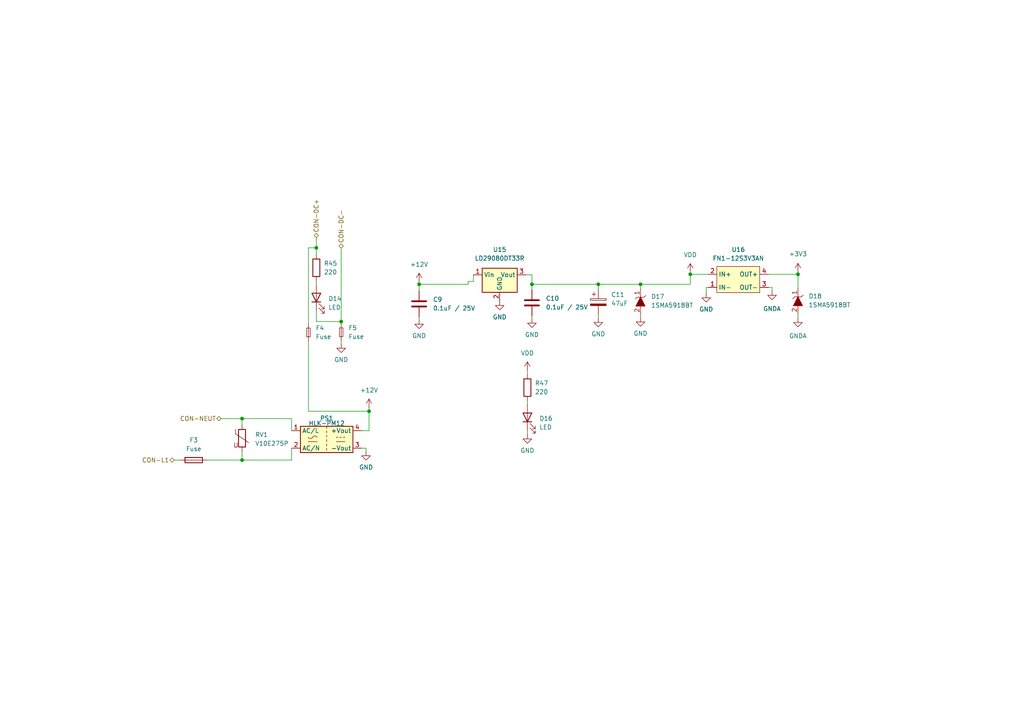
<source format=kicad_sch>
(kicad_sch (version 20230121) (generator eeschema)
  (paper "A4")
  (lib_symbols
    (symbol "Converter_ACDC:HLK-PM12"
      (property "Reference" "PS" (at 0 5.08 0))
      (property "Value" "HLK-PM12" (at 0 -5.08 0))
      (symbol "HLK-PM12_0_1"
        (rectangle (start -7.62 3.81) (end 7.62 -3.81) (stroke (width 0.254)) (fill (type background)))
        (arc (start -5.334 0.635) (mid -4.699 0.2495) (end -4.064 0.635))
        (arc (start -2.794 0.635) (mid -3.429 1.0072) (end -4.064 0.635))
        (polyline (pts (xy -5.334 -0.635) (xy -2.794 -0.635)))
        (polyline (pts (xy 0 -2.54) (xy 0 -3.175)))
        (polyline (pts (xy 0 -1.27) (xy 0 -1.905)))
        (polyline (pts (xy 0 0) (xy 0 -0.635)))
        (polyline (pts (xy 0 1.27) (xy 0 0.635)))
        (polyline (pts (xy 0 2.54) (xy 0 1.905)))
        (polyline (pts (xy 0 3.81) (xy 0 3.175)))
        (polyline (pts (xy 2.794 -0.635) (xy 5.334 -0.635)))
        (polyline (pts (xy 2.794 0.635) (xy 3.302 0.635)))
        (polyline (pts (xy 3.81 0.635) (xy 4.318 0.635)))
        (polyline (pts (xy 4.826 0.635) (xy 5.334 0.635)))
      )
      (symbol "HLK-PM12_1_1"
        (pin power_in line (at -10.16 2.54 0) (length 2.54) (name "AC/L") (number "1"))
        (pin power_in line (at -10.16 -2.54 0) (length 2.54) (name "AC/N") (number "2"))
        (pin power_out line (at 10.16 -2.54 180) (length 2.54) (name "-Vout") (number "3"))
        (pin power_out line (at 10.16 2.54 180) (length 2.54) (name "+Vout") (number "4"))
      )
    )
    (symbol "Device:C" (pin_numbers hide) (pin_names (offset 0.254))
      (property "Reference" "C" (at 0.635 2.54 0))
      (property "Value" "C" (at 0.635 -2.54 0))
      (symbol "C_0_1"
        (polyline (pts (xy -2.032 -0.762) (xy 2.032 -0.762)) (stroke (width 0.508)))
        (polyline (pts (xy -2.032 0.762) (xy 2.032 0.762)) (stroke (width 0.508)))
      )
      (symbol "C_1_1"
        (pin passive line (at 0 3.81 270) (length 2.794) (name "~") (number "1"))
        (pin passive line (at 0 -3.81 90) (length 2.794) (name "~") (number "2"))
      )
    )
    (symbol "Device:C_Polarized" (pin_numbers hide) (pin_names (offset 0.254))
      (property "Reference" "C" (at 0.635 2.54 0))
      (property "Value" "C_Polarized" (at 0.635 -2.54 0))
      (symbol "C_Polarized_0_1"
        (rectangle (start -2.286 0.508) (end 2.286 1.016))
        (polyline (pts (xy -1.778 2.286) (xy -0.762 2.286)))
        (polyline (pts (xy -1.27 2.794) (xy -1.27 1.778)))
        (rectangle (start 2.286 -0.508) (end -2.286 -1.016) (fill (type outline)))
      )
      (symbol "C_Polarized_1_1"
        (pin passive line (at 0 3.81 270) (length 2.794) (name "~") (number "1"))
        (pin passive line (at 0 -3.81 90) (length 2.794) (name "~") (number "2"))
      )
    )
    (symbol "Device:Fuse" (pin_numbers hide) (pin_names (offset 0))
      (property "Reference" "F" (at 2.032 0 90))
      (property "Value" "Fuse" (at -1.905 0 90))
      (symbol "Fuse_0_1"
        (rectangle (start -0.762 -2.54) (end 0.762 2.54) (stroke (width 0.254)))
        (polyline (pts (xy 0 2.54) (xy 0 -2.54)))
      )
      (symbol "Fuse_1_1"
        (pin passive line (at 0 3.81 270) (length 1.27) (name "~") (number "1"))
        (pin passive line (at 0 -3.81 90) (length 1.27) (name "~") (number "2"))
      )
    )
    (symbol "Device:Fuse_Small" (pin_numbers hide) (pin_names (offset 0.254) hide)
      (property "Reference" "F" (at 0 -1.524 0))
      (property "Value" "Fuse_Small" (at 0 1.524 0))
      (symbol "Fuse_Small_0_1"
        (rectangle (start -1.27 0.508) (end 1.27 -0.508))
        (polyline (pts (xy -1.27 0) (xy 1.27 0)))
      )
      (symbol "Fuse_Small_1_1"
        (pin passive line (at -2.54 0 0) (length 1.27) (name "~") (number "1"))
        (pin passive line (at 2.54 0 180) (length 1.27) (name "~") (number "2"))
      )
    )
    (symbol "Device:LED" (pin_numbers hide) (pin_names (offset 1.016) hide)
      (property "Reference" "D" (at 0 2.54 0))
      (property "Value" "LED" (at 0 -2.54 0))
      (symbol "LED_0_1"
        (polyline (pts (xy -1.27 -1.27) (xy -1.27 1.27)) (stroke (width 0.254)))
        (polyline (pts (xy -1.27 0) (xy 1.27 0)))
        (polyline (pts (xy 1.27 -1.27) (xy 1.27 1.27) (xy -1.27 0) (xy 1.27 -1.27)) (stroke (width 0.254)))
        (polyline (pts (xy -3.048 -0.762) (xy -4.572 -2.286) (xy -3.81 -2.286) (xy -4.572 -2.286) (xy -4.572 -1.524)))
        (polyline (pts (xy -1.778 -0.762) (xy -3.302 -2.286) (xy -2.54 -2.286) (xy -3.302 -2.286) (xy -3.302 -1.524)))
      )
      (symbol "LED_1_1"
        (pin passive line (at -3.81 0 0) (length 2.54) (name "K") (number "1"))
        (pin passive line (at 3.81 0 180) (length 2.54) (name "A") (number "2"))
      )
    )
    (symbol "Device:R" (pin_numbers hide) (pin_names (offset 0))
      (property "Reference" "R" (at 2.032 0 90))
      (property "Value" "R" (at 0 0 90))
      (symbol "R_0_1"
        (rectangle (start -1.016 -2.54) (end 1.016 2.54) (stroke (width 0.254)))
      )
      (symbol "R_1_1"
        (pin passive line (at 0 3.81 270) (length 1.27) (name "~") (number "1"))
        (pin passive line (at 0 -3.81 90) (length 1.27) (name "~") (number "2"))
      )
    )
    (symbol "Device:Varistor" (pin_numbers hide) (pin_names (offset 0))
      (property "Reference" "RV" (at 3.175 0 90))
      (property "Value" "Varistor" (at -3.175 0 90))
      (symbol "Varistor_0_0"
        (text "U" (at -1.778 -2.032 0) (effects (font (size 1.27 1.27))))
      )
      (symbol "Varistor_0_1"
        (rectangle (start -1.016 -2.54) (end 1.016 2.54) (stroke (width 0.254)))
        (polyline (pts (xy -1.905 2.54) (xy -1.905 1.27) (xy 1.905 -1.27)))
      )
      (symbol "Varistor_1_1"
        (pin passive line (at 0 3.81 270) (length 1.27) (name "~") (number "1"))
        (pin passive line (at 0 -3.81 90) (length 1.27) (name "~") (number "2"))
      )
    )
    (symbol "nuevos simvolos:1SMA5918BT3G"
      (property "Reference" "D" (at 0 -2.54 0))
      (property "Value" "1SMA5918BT3G" (at 0 -4.064 0))
      (symbol "1SMA5918BT3G_0_1"
        (polyline (pts (xy -0.762 -1.524) (xy -1.27 -1.016) (xy -1.27 1.016) (xy -1.778 1.524)))
        (polyline (pts (xy 1.27 -1.27) (xy 1.27 1.27) (xy -1.27 0) (xy 1.27 -1.27)) (stroke (width 0.254)) (fill (type outline)))
      )
      (symbol "1SMA5918BT3G_1_1"
        (pin passive line (at -3.81 0 0) (length 2.54) (name "") (number "1"))
        (pin passive line (at 3.81 0 180) (length 2.54) (name "") (number "2"))
      )
    )
    (symbol "nuevos simvolos:3v3 NJM2885DL1-33"
      (property "Reference" "U" (at 0 6.096 0))
      (property "Value" "3v3 NJM2885DL1-33" (at 0 4.572 0))
      (symbol "3v3 NJM2885DL1-33_0_1"
        (rectangle (start -5.08 3.683) (end 5.08 -3.302) (stroke (width 0.254)) (fill (type background)))
      )
      (symbol "3v3 NJM2885DL1-33_1_1"
        (pin power_in line (at -7.62 1.778 0) (length 2.54) (name "Vin") (number "1"))
        (pin power_out line (at 0 -5.842 90) (length 2.54) (name "GND") (number "2"))
        (pin power_out line (at 7.62 1.778 180) (length 2.54) (name "Vout") (number "3"))
      )
    )
    (symbol "nuevos simvolos:B0505S-W2R2"
      (property "Reference" "U" (at 0 6.604 0))
      (property "Value" "B0505S-W2R2" (at 0 4.9784 0))
      (symbol "B0505S-W2R2_0_1"
        (rectangle (start -6.35 4.064) (end 6.096 -3.556) (fill (type background)))
      )
      (symbol "B0505S-W2R2_1_1"
        (pin output line (at -8.89 -2.032 0) (length 2.54) (name "IN-") (number "1"))
        (pin input line (at -8.89 1.778 0) (length 2.54) (name "IN+") (number "2"))
        (pin output line (at 8.636 -2.032 180) (length 2.54) (name "OUT-") (number "3"))
        (pin output line (at 8.636 1.778 180) (length 2.54) (name "OUT+") (number "4"))
      )
    )
    (symbol "power:+12V" (power) (pin_names (offset 0))
      (property "Value" "+12V" (at 0 3.556 0))
      (symbol "+12V_0_1"
        (polyline (pts (xy -0.762 1.27) (xy 0 2.54)))
        (polyline (pts (xy 0 0) (xy 0 2.54)))
        (polyline (pts (xy 0 2.54) (xy 0.762 1.27)))
      )
      (symbol "+12V_1_1"
        (pin power_in line (at 0 0 90) (length 0) hide (name "+12V") (number "1"))
      )
    )
    (symbol "power:+3V3" (power) (pin_names (offset 0))
      (property "Value" "+3V3" (at 0 3.556 0))
      (symbol "+3V3_0_1"
        (polyline (pts (xy -0.762 1.27) (xy 0 2.54)))
        (polyline (pts (xy 0 0) (xy 0 2.54)))
        (polyline (pts (xy 0 2.54) (xy 0.762 1.27)))
      )
      (symbol "+3V3_1_1"
        (pin power_in line (at 0 0 90) (length 0) hide (name "+3V3") (number "1"))
      )
    )
    (symbol "power:GND" (power) (pin_names (offset 0))
      (property "Value" "GND" (at 0 -3.81 0))
      (symbol "GND_0_1"
        (polyline (pts (xy 0 0) (xy 0 -1.27) (xy 1.27 -1.27) (xy 0 -2.54) (xy -1.27 -1.27) (xy 0 -1.27)))
      )
      (symbol "GND_1_1"
        (pin power_in line (at 0 0 270) (length 0) hide (name "GND") (number "1"))
      )
    )
    (symbol "power:GNDA" (power) (pin_names (offset 0))
      (property "Value" "GNDA" (at 0 -3.81 0))
      (symbol "GNDA_0_1"
        (polyline (pts (xy 0 0) (xy 0 -1.27) (xy 1.27 -1.27) (xy 0 -2.54) (xy -1.27 -1.27) (xy 0 -1.27)))
      )
      (symbol "GNDA_1_1"
        (pin power_in line (at 0 0 270) (length 0) hide (name "GNDA") (number "1"))
      )
    )
    (symbol "power:VDD" (power) (pin_names (offset 0))
      (property "Value" "VDD" (at 0 3.81 0))
      (symbol "VDD_0_1"
        (polyline (pts (xy -0.762 1.27) (xy 0 2.54)))
        (polyline (pts (xy 0 0) (xy 0 2.54)))
        (polyline (pts (xy 0 2.54) (xy 0.762 1.27)))
      )
      (symbol "VDD_1_1"
        (pin power_in line (at 0 0 90) (length 0) hide (name "VDD") (number "1"))
      )
    )
  )
  (junction (at 121.5644 82.4484))
  (junction (at 154.2796 82.4484))
  (junction (at 185.7756 82.4484))
  (junction (at 70.2056 121.412))
  (junction (at 70.2056 133.4516))
  (junction (at 107.0356 119.2784))
  (junction (at 231.4448 79.5528))
  (junction (at 91.7448 71.882))
  (junction (at 200.2028 79.5528))
  (junction (at 98.9584 93.2688))
  (junction (at 173.5328 82.4484))
  (wire (pts (xy 135.7884 81.6356) (xy 135.7884 82.4484)))
  (wire (pts (xy 154.2796 82.4484) (xy 173.5328 82.4484)))
  (wire (pts (xy 200.2028 82.4484) (xy 200.2028 79.5528)))
  (wire (pts (xy 231.4448 78.9432) (xy 231.4448 79.5528)))
  (wire (pts (xy 70.2056 121.412) (xy 84.582 121.412)))
  (wire (pts (xy 89.4588 98.9584) (xy 89.4588 119.2784)))
  (wire (pts (xy 185.7756 82.4484) (xy 185.7756 83.6676)))
  (wire (pts (xy 70.2056 123.2916) (xy 70.2056 121.412)))
  (wire (pts (xy 222.9104 83.3628) (xy 223.9264 83.3628)))
  (wire (pts (xy 173.5328 91.44) (xy 173.5328 92.2528)))
  (wire (pts (xy 154.2796 79.7052) (xy 154.2796 82.4484)))
  (wire (pts (xy 70.2056 130.9116) (xy 70.2056 133.4516)))
  (wire (pts (xy 84.582 133.4516) (xy 84.582 129.9972)))
  (wire (pts (xy 107.0356 124.9172) (xy 104.902 124.9172)))
  (wire (pts (xy 98.9584 93.2688) (xy 98.9584 93.8276)))
  (wire (pts (xy 173.5328 82.4484) (xy 185.7756 82.4484)))
  (wire (pts (xy 121.5644 91.948) (xy 121.5644 92.7608)))
  (wire (pts (xy 185.7756 82.4484) (xy 200.2028 82.4484)))
  (wire (pts (xy 91.7448 93.2688) (xy 91.7448 90.1192)))
  (wire (pts (xy 50.546 133.4516) (xy 52.3748 133.4516)))
  (wire (pts (xy 104.902 129.9972) (xy 106.172 129.9972)))
  (wire (pts (xy 91.7448 81.4832) (xy 91.7448 82.4992)))
  (wire (pts (xy 84.582 121.412) (xy 84.582 124.9172)))
  (wire (pts (xy 91.7448 68.9356) (xy 91.7448 71.882)))
  (wire (pts (xy 154.2796 91.6432) (xy 154.2796 92.456)))
  (wire (pts (xy 200.2028 79.5528) (xy 205.3844 79.5528)))
  (wire (pts (xy 137.3124 79.7052) (xy 137.3124 81.6356)))
  (wire (pts (xy 107.0356 118.2624) (xy 107.0356 119.2784)))
  (wire (pts (xy 89.4588 71.882) (xy 91.7448 71.882)))
  (wire (pts (xy 152.9588 107.4928) (xy 152.9588 108.6104)))
  (wire (pts (xy 185.7756 91.2876) (xy 185.7756 92.1004)))
  (wire (pts (xy 231.4448 91.186) (xy 231.4448 92.2528)))
  (wire (pts (xy 59.9948 133.4516) (xy 70.2056 133.4516)))
  (wire (pts (xy 137.3124 81.6356) (xy 135.7884 81.6356)))
  (wire (pts (xy 106.172 129.9972) (xy 106.172 130.9116)))
  (wire (pts (xy 152.9588 116.2304) (xy 152.9588 117.2464)))
  (wire (pts (xy 70.2056 133.4516) (xy 84.582 133.4516)))
  (wire (pts (xy 89.4588 119.2784) (xy 107.0356 119.2784)))
  (wire (pts (xy 98.9584 98.9076) (xy 98.9584 99.7204)))
  (wire (pts (xy 223.9264 83.3628) (xy 223.9264 84.3788)))
  (wire (pts (xy 231.4448 79.5528) (xy 231.4448 83.566)))
  (wire (pts (xy 64.1096 121.412) (xy 70.2056 121.412)))
  (wire (pts (xy 152.9588 124.8664) (xy 152.9588 126.0348)))
  (wire (pts (xy 91.7448 71.882) (xy 91.7448 73.8632)))
  (wire (pts (xy 89.4588 93.8784) (xy 89.4588 71.882)))
  (wire (pts (xy 107.0356 119.2784) (xy 107.0356 124.9172)))
  (wire (pts (xy 173.5328 82.4484) (xy 173.5328 83.82)))
  (wire (pts (xy 135.7884 82.4484) (xy 121.5644 82.4484)))
  (wire (pts (xy 98.9584 71.9836) (xy 98.9584 93.2688)))
  (wire (pts (xy 152.5524 79.7052) (xy 154.2796 79.7052)))
  (wire (pts (xy 121.5644 82.4484) (xy 121.5644 84.328)))
  (wire (pts (xy 98.9584 93.2688) (xy 91.7448 93.2688)))
  (wire (pts (xy 204.8256 85.09) (xy 204.8256 83.3628)))
  (wire (pts (xy 121.5644 81.788) (xy 121.5644 82.4484)))
  (wire (pts (xy 222.9104 79.5528) (xy 231.4448 79.5528)))
  (wire (pts (xy 204.8256 83.3628) (xy 205.3844 83.3628)))
  (wire (pts (xy 200.2028 78.994) (xy 200.2028 79.5528)))
  (wire (pts (xy 154.2796 82.4484) (xy 154.2796 84.0232)))
  (hierarchical_label "CON-NEUT" (shape bidirectional) (at 64.1096 121.412 180))
  (hierarchical_label "CON-L1" (shape bidirectional) (at 50.546 133.4516 180))
  (hierarchical_label "CON-DC-" (shape bidirectional) (at 98.9584 71.9836 90))
  (hierarchical_label "CON-DC+" (shape bidirectional) (at 91.7448 68.9356 90))
  (symbol (lib_id "Device:Fuse") (at 56.1848 133.4516 270) (unit 1)
    (property "Reference" "F3" (at 56.1848 127.6604 90))
    (property "Value" "Fuse" (at 56.1848 130.2004 90))
    (property "Footprint" "Fuse:Fuseholder_Cylinder-5x20mm_Schurter_0031_8201_Horizontal_Open" (effects hide))
    (property "Part_Number" "FH1-200CK-G" (effects hide))
  )
  (symbol (lib_id "nuevos simvolos:1SMA5918BT3G") (at 185.7756 87.4776 270) (unit 1)
    (property "Reference" "D17" (at 188.8236 86.017 90) (effects (justify left)))
    (property "Value" "1SMA5918BT" (at 188.8236 88.557 90) (effects (justify left)))
    (property "Footprint" "Diode_SMD:D_SMB" (effects hide))
    (property "Part_Number" "1SMA5918B" (effects hide))
  )
  (symbol (lib_id "power:+12V") (at 107.0356 118.2624 0) (unit 1)
    (property "Reference" "#PWR0171" (effects hide))
    (property "Value" "+12V" (at 107.0356 113.1824 0))
  )
  (symbol (lib_id "power:GND") (at 204.8256 85.09 0) (unit 1)
    (property "Reference" "#PWR0163" (effects hide))
    (property "Value" "GND" (at 204.8256 89.7128 0))
  )
  (symbol (lib_id "Device:R") (at 152.9588 112.4204 0) (unit 1)
    (property "Reference" "R47" (at 155.1432 111.1503 0) (effects (justify left)))
    (property "Value" "220" (at 155.1432 113.6903 0) (effects (justify left)))
    (property "Footprint" "Resistor_SMD:R_0805_2012Metric" (effects hide))
    (property "Part_Number" "0805W8F2200T5E" (effects hide))
  )
  (symbol (lib_id "power:GND") (at 152.9588 126.0348 0) (unit 1)
    (property "Reference" "#PWR0155" (effects hide))
    (property "Value" "GND" (at 152.9588 130.6576 0))
  )
  (symbol (lib_id "Device:LED") (at 152.9588 121.0564 90) (unit 1)
    (property "Reference" "D16" (at 156.4132 121.3738 90) (effects (justify right)))
    (property "Value" "LED" (at 156.4132 123.9138 90) (effects (justify right)))
    (property "Footprint" "LED_SMD:LED_0805_2012Metric" (effects hide))
    (property "Part_Number" "NCD0805R1" (effects hide))
  )
  (symbol (lib_id "power:VDD") (at 200.2028 78.994 0) (unit 1)
    (property "Reference" "#PWR0133" (effects hide))
    (property "Value" "VDD" (at 200.2028 73.914 0))
  )
  (symbol (lib_id "Converter_ACDC:HLK-PM12") (at 94.742 127.4572 0) (unit 1)
    (property "Reference" "PS1" (at 94.742 121.3104 0))
    (property "Value" "HLK-PM12" (at 94.742 122.7836 0))
    (property "Footprint" "Converter_ACDC:Converter_ACDC_HiLink_HLK-PMxx" (effects hide))
    (property "Datasheet" "http://www.hlktech.net/product_detail.php?ProId=56" (effects hide))
    (property "Part_Number" "HLK-PM12" (effects hide))
  )
  (symbol (lib_id "Device:R") (at 91.7448 77.6732 0) (unit 1)
    (property "Reference" "R45" (at 93.9292 76.4031 0) (effects (justify left)))
    (property "Value" "220" (at 93.9292 78.9431 0) (effects (justify left)))
    (property "Footprint" "Resistor_SMD:R_0805_2012Metric" (effects hide))
    (property "Part_Number" "0805W8F2200T5E" (effects hide))
  )
  (symbol (lib_id "power:VDD") (at 152.9588 107.4928 0) (unit 1)
    (property "Reference" "#PWR0103" (effects hide))
    (property "Value" "VDD" (at 152.9588 102.4128 0))
  )
  (symbol (lib_id "Device:Varistor") (at 70.2056 127.1016 0) (unit 1)
    (property "Reference" "RV1" (at 73.9648 126.0847 0) (effects (justify left)))
    (property "Value" "V10E275P" (at 73.9648 128.6247 0) (effects (justify left)))
    (property "Footprint" "varistor:VAR_B72210S1140K501" (effects hide))
    (property "Part_Number" "20D431K" (effects hide))
  )
  (symbol (lib_id "nuevos simvolos:1SMA5918BT3G") (at 231.4448 87.376 270) (unit 1)
    (property "Reference" "D18" (at 234.4928 85.9154 90) (effects (justify left)))
    (property "Value" "1SMA5918BT" (at 234.4928 88.4554 90) (effects (justify left)))
    (property "Footprint" "Diode_SMD:D_SMB" (effects hide))
    (property "Part_Number" "1SMA5918BT" (effects hide))
  )
  (symbol (lib_id "power:GND") (at 185.7756 92.1004 0) (unit 1)
    (property "Reference" "#PWR0165" (effects hide))
    (property "Value" "GND" (at 185.7756 96.7232 0))
  )
  (symbol (lib_id "power:GND") (at 154.2796 92.456 0) (unit 1)
    (property "Reference" "#PWR0154" (effects hide))
    (property "Value" "GND" (at 154.2796 97.0788 0))
  )
  (symbol (lib_id "power:GNDA") (at 223.9264 84.3788 0) (unit 1)
    (property "Reference" "#PWR0169" (effects hide))
    (property "Value" "GNDA" (at 223.9264 89.5604 0))
  )
  (symbol (lib_id "power:GND") (at 144.9324 87.3252 0) (unit 1)
    (property "Reference" "#PWR0153" (effects hide))
    (property "Value" "GND" (at 144.9324 91.948 0))
  )
  (symbol (lib_id "Device:LED") (at 91.7448 86.3092 90) (unit 1)
    (property "Reference" "D14" (at 95.1992 86.6266 90) (effects (justify right)))
    (property "Value" "LED" (at 95.1992 89.1666 90) (effects (justify right)))
    (property "Footprint" "LED_SMD:LED_0805_2012Metric" (effects hide))
    (property "Part_Number" "NCD0805R1" (effects hide))
  )
  (symbol (lib_id "Device:C") (at 154.2796 87.8332 0) (unit 1)
    (property "Reference" "C10" (at 158.2928 86.5631 0) (effects (justify left)))
    (property "Value" "0.1uF / 25V" (at 158.2928 89.1031 0) (effects (justify left)))
    (property "Footprint" "Capacitor_SMD:C_0805_2012Metric" (effects hide))
    (property "Part_Number" "CC0805KRX7R9BB104" (effects hide))
  )
  (symbol (lib_id "power:GND") (at 106.172 130.9116 0) (unit 1)
    (property "Reference" "#PWR0170" (effects hide))
    (property "Value" "GND" (at 106.172 135.5344 0))
  )
  (symbol (lib_id "nuevos simvolos:3v3 NJM2885DL1-33") (at 144.9324 81.4832 0) (unit 1)
    (property "Reference" "U15" (at 144.9324 72.39 0))
    (property "Value" "LD29080DT33R" (at 144.9324 74.93 0))
    (property "Footprint" "Package_TO_SOT_SMD:TO-252-2" (effects hide))
    (property "Part_Number" "LD29080DT33R" (effects hide))
  )
  (symbol (lib_id "power:+12V") (at 121.5644 81.788 0) (unit 1)
    (property "Reference" "#PWR0157" (effects hide))
    (property "Value" "+12V" (at 121.5644 76.708 0))
  )
  (symbol (lib_id "power:GNDA") (at 231.4448 92.2528 0) (unit 1)
    (property "Reference" "#PWR0167" (effects hide))
    (property "Value" "GNDA" (at 231.4448 97.4344 0))
  )
  (symbol (lib_id "power:GND") (at 121.5644 92.7608 0) (unit 1)
    (property "Reference" "#PWR0158" (effects hide))
    (property "Value" "GND" (at 121.5644 97.3836 0))
  )
  (symbol (lib_id "power:GND") (at 98.9584 99.7204 0) (unit 1)
    (property "Reference" "#PWR0172" (effects hide))
    (property "Value" "GND" (at 98.9584 104.3432 0))
  )
  (symbol (lib_id "nuevos simvolos:B0505S-W2R2") (at 214.2744 81.3308 0) (unit 1)
    (property "Reference" "U16" (at 214.1474 72.39 0))
    (property "Value" "FN1-12S3V3AN" (at 214.1474 74.93 0))
    (property "Footprint" "B0505S-1WR2:CONV_B0505S-1WR2" (effects hide))
    (property "Part_Number" "FN1-12S3V3AN" (effects hide))
  )
  (symbol (lib_id "power:GND") (at 173.5328 92.2528 0) (unit 1)
    (property "Reference" "#PWR0164" (effects hide))
    (property "Value" "GND" (at 173.5328 96.8756 0))
  )
  (symbol (lib_id "power:+3V3") (at 231.4448 78.9432 0) (unit 1)
    (property "Reference" "#PWR0102" (effects hide))
    (property "Value" "+3V3" (at 231.4448 73.66 0))
  )
  (symbol (lib_id "Device:Fuse_Small") (at 98.9584 96.3676 90) (unit 1)
    (property "Reference" "F5" (at 101.0412 95.0975 90) (effects (justify right)))
    (property "Value" "Fuse" (at 101.0412 97.6375 90) (effects (justify right)))
    (property "Footprint" "Nueva carpeta:RESC3115X65N" (effects hide))
    (property "Part_Number" "SMD0805-110-6V" (effects hide))
  )
  (symbol (lib_id "Device:Fuse_Small") (at 89.4588 96.4184 90) (unit 1)
    (property "Reference" "F4" (at 91.5416 95.1483 90) (effects (justify right)))
    (property "Value" "Fuse" (at 91.5416 97.6883 90) (effects (justify right)))
    (property "Footprint" "Nueva carpeta:RESC3115X65N" (effects hide))
    (property "Part_Number" "SMD0805-110-6V" (effects hide))
  )
  (symbol (lib_id "Device:C_Polarized") (at 173.5328 87.63 0) (unit 1)
    (property "Reference" "C11" (at 177.2412 85.4709 0) (effects (justify left)))
    (property "Value" "47uF" (at 177.2412 88.0109 0) (effects (justify left)))
    (property "Footprint" "Capacitor_SMD:CP_Elec_6.3x5.7" (effects hide))
    (property "Part_Number" "ERS1HM470E11C36T" (effects hide))
  )
  (symbol (lib_id "Device:C") (at 121.5644 88.138 0) (unit 1)
    (property "Reference" "C9" (at 125.5776 86.8679 0) (effects (justify left)))
    (property "Value" "0.1uF / 25V" (at 125.5776 89.4079 0) (effects (justify left)))
    (property "Footprint" "Capacitor_SMD:C_0805_2012Metric" (effects hide))
    (property "Part_Number" "CC0805KRX7R9BB104" (effects hide))
  )
)
</source>
